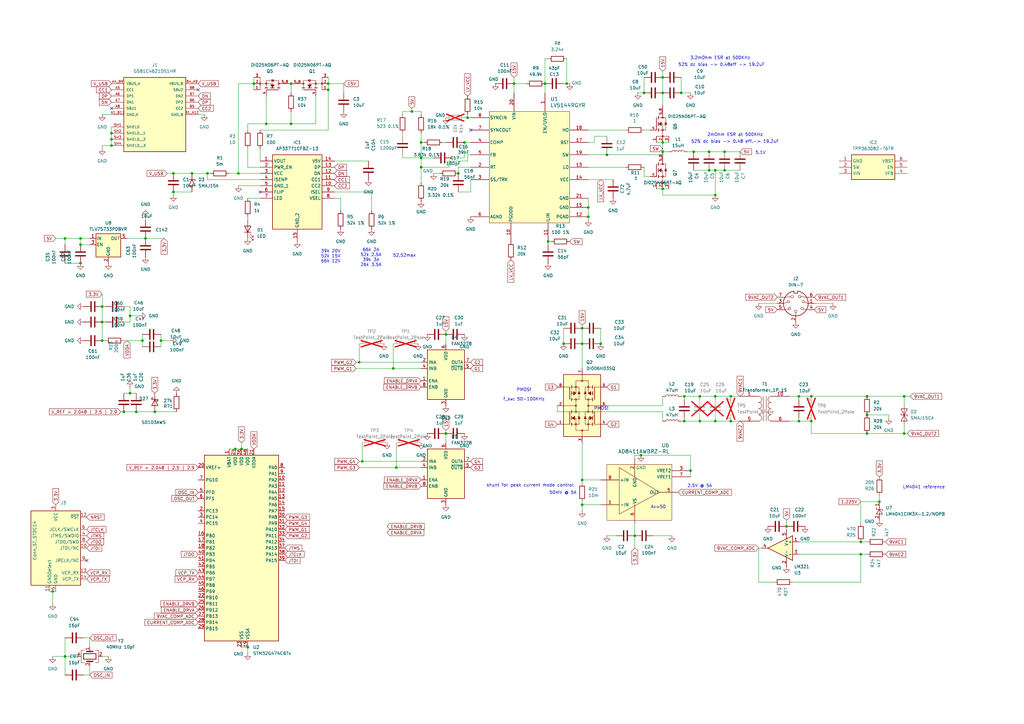
<source format=kicad_sch>
(kicad_sch
	(version 20250114)
	(generator "eeschema")
	(generator_version "9.0")
	(uuid "3c972f41-0cf6-4df5-8102-00aa652b6726")
	(paper "A3")
	
	(text "52.52max"
		(exclude_from_sim no)
		(at 165.862 104.902 0)
		(effects
			(font
				(size 1.27 1.27)
			)
		)
		(uuid "18e1bcb5-4942-4729-8a38-39d5a8855e62")
	)
	(text "f_sw: 50-100KHz"
		(exclude_from_sim no)
		(at 214.884 163.83 0)
		(effects
			(font
				(size 1.27 1.27)
			)
		)
		(uuid "234528d0-1e10-47ee-b27a-194397580f26")
	)
	(text "52% dc bias -> 0.48eff -> 19.2uF"
		(exclude_from_sim no)
		(at 295.91 26.67 0)
		(effects
			(font
				(size 1.27 1.27)
			)
		)
		(uuid "412d6747-40be-4ba4-bb03-ce2f373f4d49")
	)
	(text "2mOhm ESR at 500KHz"
		(exclude_from_sim no)
		(at 301.498 55.372 0)
		(effects
			(font
				(size 1.27 1.27)
			)
		)
		(uuid "51e1654c-827e-4684-9006-cd954eae2f25")
	)
	(text "3.2mOhm ESR at 500KHz"
		(exclude_from_sim no)
		(at 295.402 23.876 0)
		(effects
			(font
				(size 1.27 1.27)
			)
		)
		(uuid "585ea458-d0d3-47e8-a9fe-30f88d5fed5c")
	)
	(text "52% dc bias -> 0.48 eff.-> 19.2uF"
		(exclude_from_sim no)
		(at 301.498 58.166 0)
		(effects
			(font
				(size 1.27 1.27)
			)
		)
		(uuid "6bb95b7d-18e2-49f0-bbc2-2313eb93db39")
	)
	(text "2.5V @ 5A"
		(exclude_from_sim no)
		(at 287.02 199.39 0)
		(effects
			(font
				(size 1.27 1.27)
			)
		)
		(uuid "806b4fdb-9869-44bf-8c9f-2be4bc2eff6b")
	)
	(text "PMOS!"
		(exclude_from_sim no)
		(at 214.884 160.02 0)
		(effects
			(font
				(size 1.27 1.27)
			)
		)
		(uuid "8133b68a-e2d1-4f5e-87f4-42ae7a9baa61")
	)
	(text "PMOS!"
		(exclude_from_sim no)
		(at 246.634 167.64 0)
		(effects
			(font
				(size 1.27 1.27)
			)
		)
		(uuid "868a4c98-cb9c-4f26-a8d9-50a8a1f8ad13")
	)
	(text "50mV @ 5A"
		(exclude_from_sim no)
		(at 230.886 202.184 0)
		(effects
			(font
				(size 1.27 1.27)
			)
		)
		(uuid "a4b38243-0b55-47ea-8aed-e6b60c0b10eb")
	)
	(text "5.1V"
		(exclude_from_sim no)
		(at 311.912 62.738 0)
		(effects
			(font
				(size 1.27 1.27)
			)
		)
		(uuid "ad5be67a-6bb4-4ed7-b18f-62fbe6e2e7f3")
	)
	(text "Av=50"
		(exclude_from_sim no)
		(at 270.002 208.026 0)
		(effects
			(font
				(size 1.27 1.27)
			)
		)
		(uuid "bfb800b4-4e34-4e00-ae5f-d2a96ac238e0")
	)
	(text "66k 2A\n52k 2.5A\n39k 3A\n26k 3.5A"
		(exclude_from_sim no)
		(at 152.146 105.664 0)
		(effects
			(font
				(size 1.27 1.27)
			)
		)
		(uuid "d98d8af5-838d-49b2-89e0-78828e67e804")
	)
	(text "shunt for peak current mode control"
		(exclude_from_sim no)
		(at 217.424 199.136 0)
		(effects
			(font
				(size 1.27 1.27)
			)
		)
		(uuid "dc495c54-4fb0-4df9-95a4-480faf46cf4a")
	)
	(text "39k 20V\n52k 15V\n66k 12V"
		(exclude_from_sim no)
		(at 135.636 105.156 0)
		(effects
			(font
				(size 1.27 1.27)
			)
		)
		(uuid "f762216d-93f4-4a5e-9193-004a2d5e5fc5")
	)
	(text "LM4041 reference"
		(exclude_from_sim no)
		(at 378.968 199.898 0)
		(effects
			(font
				(size 1.27 1.27)
			)
		)
		(uuid "fb6e896d-f28c-4020-9da6-6ec15bec82b7")
	)
	(junction
		(at 119.38 50.8)
		(diameter 0)
		(color 0 0 0 0)
		(uuid "035d23c0-ad23-4f8c-ae10-1834b4e97699")
	)
	(junction
		(at 297.18 69.85)
		(diameter 0)
		(color 0 0 0 0)
		(uuid "09ca269a-ec12-4d12-a105-abe9bd178319")
	)
	(junction
		(at 21.59 242.57)
		(diameter 0)
		(color 0 0 0 0)
		(uuid "0f57ed08-4432-415e-a3a9-5672bdd80cc0")
	)
	(junction
		(at 284.48 62.23)
		(diameter 0)
		(color 0 0 0 0)
		(uuid "124db8df-ac12-4ee7-a744-84b0e692f520")
	)
	(junction
		(at 280.67 162.56)
		(diameter 0)
		(color 0 0 0 0)
		(uuid "12ecabfa-d8ef-4780-a317-6a60de8a936a")
	)
	(junction
		(at 355.6 170.18)
		(diameter 0)
		(color 0 0 0 0)
		(uuid "16b84d46-82b7-4566-a38a-75f4cfe4c41d")
	)
	(junction
		(at 78.74 71.12)
		(diameter 0)
		(color 0 0 0 0)
		(uuid "19c81a47-1a6c-4f57-ac22-d5e3fe52c58c")
	)
	(junction
		(at 41.91 132.08)
		(diameter 0)
		(color 0 0 0 0)
		(uuid "1d1d1ab6-764f-42a9-93ad-0184c2ea06f6")
	)
	(junction
		(at 271.78 77.47)
		(diameter 0)
		(color 0 0 0 0)
		(uuid "1ed9bd10-73e4-4abd-8533-2ee997693548")
	)
	(junction
		(at 238.76 140.97)
		(diameter 0)
		(color 0 0 0 0)
		(uuid "2024df75-78f2-4365-88df-e334c23ca6ab")
	)
	(junction
		(at 246.38 140.97)
		(diameter 0)
		(color 0 0 0 0)
		(uuid "224dfb15-7aff-4602-bb5b-de4105ff6abc")
	)
	(junction
		(at 134.62 34.29)
		(diameter 0)
		(color 0 0 0 0)
		(uuid "23eebac0-ac3b-49bd-8fb1-36dc643651d8")
	)
	(junction
		(at 190.5 58.42)
		(diameter 0)
		(color 0 0 0 0)
		(uuid "2a673288-e743-4c50-a7e3-559c592cd92b")
	)
	(junction
		(at 223.52 34.29)
		(diameter 0)
		(color 0 0 0 0)
		(uuid "2bb571e1-920f-464c-a83f-63dbcd8e7455")
	)
	(junction
		(at 224.79 99.06)
		(diameter 0)
		(color 0 0 0 0)
		(uuid "2c6ea1e9-bf53-4aa1-89fb-e435bf2a5cef")
	)
	(junction
		(at 264.16 38.1)
		(diameter 0)
		(color 0 0 0 0)
		(uuid "2d084467-ae6f-4b57-af66-d39c44560948")
	)
	(junction
		(at 370.84 177.8)
		(diameter 0)
		(color 0 0 0 0)
		(uuid "2f24861c-ef24-458d-967e-bc71a864b0df")
	)
	(junction
		(at 290.83 62.23)
		(diameter 0)
		(color 0 0 0 0)
		(uuid "2fbc9b3b-93fa-4362-9ad6-4a3de5ef1117")
	)
	(junction
		(at 134.62 36.83)
		(diameter 0)
		(color 0 0 0 0)
		(uuid "39ac35b5-d776-4c12-add6-f7941598251b")
	)
	(junction
		(at 355.6 162.56)
		(diameter 0)
		(color 0 0 0 0)
		(uuid "3a24b55c-41d4-4904-9b2b-01460b82eb79")
	)
	(junction
		(at 238.76 207.01)
		(diameter 0)
		(color 0 0 0 0)
		(uuid "430e658b-2771-43d7-84bc-af603779c5f4")
	)
	(junction
		(at 287.02 172.72)
		(diameter 0)
		(color 0 0 0 0)
		(uuid "437fee70-c38f-4212-803c-bc215c919ee0")
	)
	(junction
		(at 55.88 168.91)
		(diameter 0)
		(color 0 0 0 0)
		(uuid "447bde10-6b12-4cba-83d9-6cd9bdf4e762")
	)
	(junction
		(at 327.66 172.72)
		(diameter 0)
		(color 0 0 0 0)
		(uuid "448697a9-4737-44ea-a731-5dcb5d6acb11")
	)
	(junction
		(at 271.78 62.23)
		(diameter 0)
		(color 0 0 0 0)
		(uuid "44ea94e4-0584-4715-92b7-0f7b0fff4d0e")
	)
	(junction
		(at 53.34 161.29)
		(diameter 0)
		(color 0 0 0 0)
		(uuid "46834ef6-84ad-4016-90b7-127283a5a136")
	)
	(junction
		(at 241.3 88.9)
		(diameter 0)
		(color 0 0 0 0)
		(uuid "4763d525-03b6-45ec-8994-07e2c05bd990")
	)
	(junction
		(at 353.06 227.33)
		(diameter 0)
		(color 0 0 0 0)
		(uuid "4b49f67d-5afd-48f7-ac1b-41db64b015c6")
	)
	(junction
		(at 322.58 215.9)
		(diameter 0)
		(color 0 0 0 0)
		(uuid "4bbcee71-9414-4dd4-b8fd-68dd0ad17ba6")
	)
	(junction
		(at 59.69 97.79)
		(diameter 0)
		(color 0 0 0 0)
		(uuid "4c067608-37f8-44ab-9f5a-ca05f5ebc20d")
	)
	(junction
		(at 96.52 184.15)
		(diameter 0)
		(color 0 0 0 0)
		(uuid "4dde4f2d-8f05-42d9-bc35-b4091779f89c")
	)
	(junction
		(at 50.8 168.91)
		(diameter 0)
		(color 0 0 0 0)
		(uuid "4e451d9a-88aa-4732-83a2-084f0a9550c2")
	)
	(junction
		(at 104.14 34.29)
		(diameter 0)
		(color 0 0 0 0)
		(uuid "4efa7227-5d01-4225-b631-502d0774e31a")
	)
	(junction
		(at 232.41 34.29)
		(diameter 0)
		(color 0 0 0 0)
		(uuid "52d50a13-084d-44b5-9556-872194363618")
	)
	(junction
		(at 101.6 265.43)
		(diameter 0)
		(color 0 0 0 0)
		(uuid "59cf2aac-ee56-4e2b-ad9f-feedf4e50f1f")
	)
	(junction
		(at 210.82 34.29)
		(diameter 0)
		(color 0 0 0 0)
		(uuid "5af31944-d728-4cea-8e84-166c39715839")
	)
	(junction
		(at 168.91 45.72)
		(diameter 0)
		(color 0 0 0 0)
		(uuid "63bed9f3-573f-419c-823e-519e9f3f5df6")
	)
	(junction
		(at 293.37 162.56)
		(diameter 0)
		(color 0 0 0 0)
		(uuid "67db0b13-b2d7-486a-9289-fc312e8213e7")
	)
	(junction
		(at 182.88 177.8)
		(diameter 0)
		(color 0 0 0 0)
		(uuid "686738d6-263c-4cc2-af57-2f41cb6b5e96")
	)
	(junction
		(at 172.72 68.58)
		(diameter 0)
		(color 0 0 0 0)
		(uuid "6cdfe5ff-6da6-472f-91ff-2848f523792e")
	)
	(junction
		(at 148.59 189.23)
		(diameter 0)
		(color 0 0 0 0)
		(uuid "7547cf25-3331-46eb-b9c0-061a835ada61")
	)
	(junction
		(at 332.74 172.72)
		(diameter 0)
		(color 0 0 0 0)
		(uuid "779c0a9c-e570-417e-a20c-da746faebd73")
	)
	(junction
		(at 293.37 172.72)
		(diameter 0)
		(color 0 0 0 0)
		(uuid "7e15ffa8-b131-4b63-82e1-61c941999871")
	)
	(junction
		(at 279.4 38.1)
		(diameter 0)
		(color 0 0 0 0)
		(uuid "820a593e-121c-479d-a801-5c3b6cc9491d")
	)
	(junction
		(at 262.89 186.69)
		(diameter 0)
		(color 0 0 0 0)
		(uuid "8c0c9dcf-ca47-432b-bfe4-bb05bd7f22c7")
	)
	(junction
		(at 172.72 58.42)
		(diameter 0)
		(color 0 0 0 0)
		(uuid "8cb36fd3-4ad3-4eb1-93e4-06a6e6648ca6")
	)
	(junction
		(at 99.06 184.15)
		(diameter 0)
		(color 0 0 0 0)
		(uuid "8d0a07f2-4018-45ac-a679-36dec95b38a3")
	)
	(junction
		(at 271.78 38.1)
		(diameter 0)
		(color 0 0 0 0)
		(uuid "8e2ed52a-c14c-4ec4-becd-5affe9160010")
	)
	(junction
		(at 119.38 34.29)
		(diameter 0)
		(color 0 0 0 0)
		(uuid "90b25ef5-402d-4f87-9f7c-9c2c48a20c65")
	)
	(junction
		(at 41.91 139.7)
		(diameter 0)
		(color 0 0 0 0)
		(uuid "98dca95e-f53f-48cc-ad8a-e0a0c66d3acb")
	)
	(junction
		(at 109.22 50.8)
		(diameter 0)
		(color 0 0 0 0)
		(uuid "9baf3492-f6ff-4e00-bfbb-98363ebc4cf5")
	)
	(junction
		(at 293.37 69.85)
		(diameter 0)
		(color 0 0 0 0)
		(uuid "9c6b5b19-b271-4b2d-8770-1ac59b27d1ad")
	)
	(junction
		(at 297.18 62.23)
		(diameter 0)
		(color 0 0 0 0)
		(uuid "9d581a9d-aa97-4689-802e-b42db1f847b0")
	)
	(junction
		(at 271.78 58.42)
		(diameter 0)
		(color 0 0 0 0)
		(uuid "9dd36e75-3d6f-4f32-8043-02df05442346")
	)
	(junction
		(at 299.72 172.72)
		(diameter 0)
		(color 0 0 0 0)
		(uuid "9e9fe0d0-afcc-4878-9a74-d6c27662826b")
	)
	(junction
		(at 45.72 57.15)
		(diameter 0)
		(color 0 0 0 0)
		(uuid "a20f672a-41b0-441f-a36c-49bd442edd52")
	)
	(junction
		(at 97.79 71.12)
		(diameter 0)
		(color 0 0 0 0)
		(uuid "a24f1ce0-6da9-45cb-8232-16013191cfbe")
	)
	(junction
		(at 182.88 137.16)
		(diameter 0)
		(color 0 0 0 0)
		(uuid "a52e8ee6-e110-4e91-a730-eda801763dcc")
	)
	(junction
		(at 370.84 162.56)
		(diameter 0)
		(color 0 0 0 0)
		(uuid "ab135de8-ae42-4a02-b908-b0b29e2ecb47")
	)
	(junction
		(at 271.78 31.75)
		(diameter 0)
		(color 0 0 0 0)
		(uuid "ab4afe51-ad14-4fe5-adb6-5f723ed889b1")
	)
	(junction
		(at 360.68 205.74)
		(diameter 0)
		(color 0 0 0 0)
		(uuid "ae5846b7-3edf-4c22-a343-36acb92515fd")
	)
	(junction
		(at 45.72 59.69)
		(diameter 0)
		(color 0 0 0 0)
		(uuid "b3b2ceb0-a804-4660-89c8-276053d3f327")
	)
	(junction
		(at 33.02 100.33)
		(diameter 0)
		(color 0 0 0 0)
		(uuid "b3fc8180-d4c3-4854-9b33-443d5f21a5b8")
	)
	(junction
		(at 71.12 78.74)
		(diameter 0)
		(color 0 0 0 0)
		(uuid "b4187b28-45d5-4380-830b-b7080619ee64")
	)
	(junction
		(at 162.56 191.77)
		(diameter 0)
		(color 0 0 0 0)
		(uuid "b4bed920-4979-4c95-90d7-26de0c4a9974")
	)
	(junction
		(at 187.96 71.12)
		(diameter 0)
		(color 0 0 0 0)
		(uuid "b4ebdb7b-0777-46b5-85df-172901a9bea1")
	)
	(junction
		(at 26.67 97.79)
		(diameter 0)
		(color 0 0 0 0)
		(uuid "b781b2d6-a895-4afd-8dfb-9fe1df7a9e7e")
	)
	(junction
		(at 287.02 162.56)
		(diameter 0)
		(color 0 0 0 0)
		(uuid "ba72b139-177c-4060-a3f6-eb10cb279832")
	)
	(junction
		(at 26.67 269.24)
		(diameter 0)
		(color 0 0 0 0)
		(uuid "baf1dd0a-e36a-4b34-8020-93a3499e9ae2")
	)
	(junction
		(at 66.04 139.7)
		(diameter 0)
		(color 0 0 0 0)
		(uuid "bd464eec-7965-424c-afe4-193343d590dd")
	)
	(junction
		(at 172.72 64.77)
		(diameter 0)
		(color 0 0 0 0)
		(uuid "c1375874-496d-46de-a4af-228d71683ecc")
	)
	(junction
		(at 241.3 85.09)
		(diameter 0)
		(color 0 0 0 0)
		(uuid "c47226a0-06b0-4247-b713-95062fed25d0")
	)
	(junction
		(at 58.42 139.7)
		(diameter 0)
		(color 0 0 0 0)
		(uuid "c4c980d0-e835-429d-b9a7-ad4b1b1960b3")
	)
	(junction
		(at 238.76 196.85)
		(diameter 0)
		(color 0 0 0 0)
		(uuid "c54bf8ea-f73b-4066-af45-96e59fd5121c")
	)
	(junction
		(at 147.32 148.59)
		(diameter 0)
		(color 0 0 0 0)
		(uuid "c6173f5a-6721-4bc9-aff2-3c332520b4cd")
	)
	(junction
		(at 299.72 162.56)
		(diameter 0)
		(color 0 0 0 0)
		(uuid "c7fd7dbf-68f9-4b77-9970-83c3188cad55")
	)
	(junction
		(at 53.34 129.54)
		(diameter 0)
		(color 0 0 0 0)
		(uuid "c9009699-8921-4df5-9901-d6b1535b0221")
	)
	(junction
		(at 33.02 107.95)
		(diameter 0)
		(color 0 0 0 0)
		(uuid "c960621b-0d85-4761-8667-7429bf0a837c")
	)
	(junction
		(at 353.06 222.25)
		(diameter 0)
		(color 0 0 0 0)
		(uuid "cb963968-7093-4ecd-b0df-45e3c7e58b72")
	)
	(junction
		(at 332.74 162.56)
		(diameter 0)
		(color 0 0 0 0)
		(uuid "ce6d93e5-9943-4980-ad22-3cc495b0bb50")
	)
	(junction
		(at 327.66 162.56)
		(diameter 0)
		(color 0 0 0 0)
		(uuid "cfad84f8-a703-49b8-b9de-781927faa0d7")
	)
	(junction
		(at 231.14 140.97)
		(diameter 0)
		(color 0 0 0 0)
		(uuid "d15061e7-5263-43a6-a89b-99d21f2880e6")
	)
	(junction
		(at 283.21 193.04)
		(diameter 0)
		(color 0 0 0 0)
		(uuid "d3cfe94c-1a3c-46a9-b79d-b2d81fae9482")
	)
	(junction
		(at 293.37 80.01)
		(diameter 0)
		(color 0 0 0 0)
		(uuid "d7892145-fd49-49a3-9fe9-28d44cdf5d30")
	)
	(junction
		(at 191.77 48.26)
		(diameter 0)
		(color 0 0 0 0)
		(uuid "d900c2e6-8236-448e-bdc2-14cba5a41cdc")
	)
	(junction
		(at 71.12 71.12)
		(diameter 0)
		(color 0 0 0 0)
		(uuid "d95144ca-421e-42cd-8947-2c52c0d9a089")
	)
	(junction
		(at 238.76 134.62)
		(diameter 0)
		(color 0 0 0 0)
		(uuid "da245d33-fa1d-4148-9c83-7bd2bf9176ed")
	)
	(junction
		(at 280.67 172.72)
		(diameter 0)
		(color 0 0 0 0)
		(uuid "dae54668-d2ac-43ed-979a-712aa9c0200d")
	)
	(junction
		(at 290.83 69.85)
		(diameter 0)
		(color 0 0 0 0)
		(uuid "dc65b7b7-c761-4019-9820-1fb1120e4ca3")
	)
	(junction
		(at 45.72 54.61)
		(diameter 0)
		(color 0 0 0 0)
		(uuid "dda0f77d-1fc8-4c3c-8b60-ad9e2c30de79")
	)
	(junction
		(at 33.02 97.79)
		(diameter 0)
		(color 0 0 0 0)
		(uuid "dec2d450-c4d4-4a7e-b7d4-d457d015959b")
	)
	(junction
		(at 63.5 168.91)
		(diameter 0)
		(color 0 0 0 0)
		(uuid "e235faec-6dca-4529-811b-654a13c5487d")
	)
	(junction
		(at 248.92 63.5)
		(diameter 0)
		(color 0 0 0 0)
		(uuid "e4e3d0c4-f474-45ed-b386-dd97f25c11d7")
	)
	(junction
		(at 161.29 151.13)
		(diameter 0)
		(color 0 0 0 0)
		(uuid "eab2d6a9-1bc3-450d-b83a-3a4c5c6be614")
	)
	(junction
		(at 260.35 219.71)
		(diameter 0)
		(color 0 0 0 0)
		(uuid "ecfa7b50-5a46-4d70-841d-8a82dcf4b026")
	)
	(junction
		(at 41.91 125.73)
		(diameter 0)
		(color 0 0 0 0)
		(uuid "ed1f93df-0488-4b4c-81e6-fd274be5c5e5")
	)
	(junction
		(at 85.09 71.12)
		(diameter 0)
		(color 0 0 0 0)
		(uuid "fcb45f81-78a4-4b0f-938b-0a8effd429c2")
	)
	(junction
		(at 355.6 177.8)
		(diameter 0)
		(color 0 0 0 0)
		(uuid "ffa710d9-ea4d-40b2-a998-71a781d6df34")
	)
	(no_connect
		(at 193.04 53.34)
		(uuid "3c1aed12-3f80-403a-9ddc-5936e2b86bba")
	)
	(no_connect
		(at 35.56 229.87)
		(uuid "6eb24b60-2160-407a-abf0-228fa53b905f")
	)
	(no_connect
		(at 81.28 36.83)
		(uuid "a0dd31af-2bb8-4b09-9320-df59e89635d5")
	)
	(no_connect
		(at 106.68 78.74)
		(uuid "b67b68a5-047f-4c81-b975-ae4a6ee895d4")
	)
	(no_connect
		(at 45.72 44.45)
		(uuid "befb5081-9840-4f4f-8320-868555d91052")
	)
	(wire
		(pts
			(xy 261.62 38.1) (xy 264.16 38.1)
		)
		(stroke
			(width 0)
			(type default)
		)
		(uuid "0199f331-65df-493c-89f3-1b92d881a92a")
	)
	(wire
		(pts
			(xy 210.82 34.29) (xy 215.9 34.29)
		)
		(stroke
			(width 0)
			(type default)
		)
		(uuid "02d96452-ec77-4605-a48c-b7ae4f65f7dd")
	)
	(wire
		(pts
			(xy 241.3 68.58) (xy 256.54 68.58)
		)
		(stroke
			(width 0)
			(type default)
		)
		(uuid "0541659e-d7f5-4c4f-82c4-679f8e4c142b")
	)
	(wire
		(pts
			(xy 146.05 148.59) (xy 147.32 148.59)
		)
		(stroke
			(width 0)
			(type default)
		)
		(uuid "05446da5-6aa8-4c7f-ac2a-3c60a1ef50b1")
	)
	(wire
		(pts
			(xy 271.78 166.37) (xy 271.78 162.56)
		)
		(stroke
			(width 0)
			(type default)
		)
		(uuid "05babd3e-108b-4f6c-9036-e0609b1abf04")
	)
	(wire
		(pts
			(xy 246.38 134.62) (xy 246.38 140.97)
		)
		(stroke
			(width 0)
			(type default)
		)
		(uuid "05e52c13-4fbb-40bf-bd77-0cf2ca6c531b")
	)
	(wire
		(pts
			(xy 293.37 69.85) (xy 293.37 80.01)
		)
		(stroke
			(width 0)
			(type default)
		)
		(uuid "0c0115af-6129-48bc-9543-616a88e7408a")
	)
	(wire
		(pts
			(xy 190.5 64.77) (xy 190.5 58.42)
		)
		(stroke
			(width 0)
			(type default)
		)
		(uuid "0c23a552-0e26-412c-8bd6-3b528ae87258")
	)
	(wire
		(pts
			(xy 264.16 72.39) (xy 266.7 72.39)
		)
		(stroke
			(width 0)
			(type default)
		)
		(uuid "0c888a63-f05d-43f5-838f-36bcfbba24e7")
	)
	(wire
		(pts
			(xy 279.4 162.56) (xy 280.67 162.56)
		)
		(stroke
			(width 0)
			(type default)
		)
		(uuid "0d4ed506-56dc-4198-a8b7-557a36e4a007")
	)
	(wire
		(pts
			(xy 233.68 34.29) (xy 232.41 34.29)
		)
		(stroke
			(width 0)
			(type default)
		)
		(uuid "0d53a012-38d3-4be6-a410-0c03ea1005bd")
	)
	(wire
		(pts
			(xy 353.06 238.76) (xy 353.06 227.33)
		)
		(stroke
			(width 0)
			(type default)
		)
		(uuid "0d75c7ff-dd83-4cf8-bf21-d6b74bf01b87")
	)
	(wire
		(pts
			(xy 162.56 191.77) (xy 172.72 191.77)
		)
		(stroke
			(width 0)
			(type default)
		)
		(uuid "0d91c39c-2f98-4de3-b1e6-5c6ca3db6130")
	)
	(wire
		(pts
			(xy 210.82 34.29) (xy 210.82 38.1)
		)
		(stroke
			(width 0)
			(type default)
		)
		(uuid "0dd5b5fa-c071-42d3-aab8-ce98cd9a290e")
	)
	(wire
		(pts
			(xy 241.3 88.9) (xy 241.3 90.17)
		)
		(stroke
			(width 0)
			(type default)
		)
		(uuid "0e043f5b-cbcc-4036-94d9-56a5e82eaa57")
	)
	(wire
		(pts
			(xy 193.04 63.5) (xy 191.77 63.5)
		)
		(stroke
			(width 0)
			(type default)
		)
		(uuid "0f421d0d-9999-4971-92d7-ad277f8e5259")
	)
	(wire
		(pts
			(xy 241.3 73.66) (xy 251.46 73.66)
		)
		(stroke
			(width 0)
			(type default)
		)
		(uuid "10586d82-69da-4d98-bf94-e942e50c290e")
	)
	(wire
		(pts
			(xy 297.18 62.23) (xy 303.53 62.23)
		)
		(stroke
			(width 0)
			(type default)
		)
		(uuid "10815d67-c542-45a8-82d2-1158d6b78173")
	)
	(wire
		(pts
			(xy 109.22 50.8) (xy 119.38 50.8)
		)
		(stroke
			(width 0)
			(type default)
		)
		(uuid "110c79b8-f077-45d8-8acd-555bcdb25eea")
	)
	(wire
		(pts
			(xy 101.6 53.34) (xy 101.6 50.8)
		)
		(stroke
			(width 0)
			(type default)
		)
		(uuid "11183ea6-bb9b-4ba5-8730-1752ce5ed817")
	)
	(wire
		(pts
			(xy 241.3 53.34) (xy 256.54 53.34)
		)
		(stroke
			(width 0)
			(type default)
		)
		(uuid "11a61771-82c0-4863-b53f-6eb3410c63fa")
	)
	(wire
		(pts
			(xy 299.72 172.72) (xy 303.53 172.72)
		)
		(stroke
			(width 0)
			(type default)
		)
		(uuid "137ce6e9-b740-4f3e-8174-a2d158b65714")
	)
	(wire
		(pts
			(xy 148.59 189.23) (xy 172.72 189.23)
		)
		(stroke
			(width 0)
			(type default)
		)
		(uuid "13d7fb4e-66df-4043-bc50-aa1c9684cef7")
	)
	(wire
		(pts
			(xy 264.16 68.58) (xy 264.16 72.39)
		)
		(stroke
			(width 0)
			(type default)
		)
		(uuid "1444d9ed-20c7-4f67-8575-61394da8a62c")
	)
	(wire
		(pts
			(xy 41.91 46.99) (xy 45.72 46.99)
		)
		(stroke
			(width 0)
			(type default)
		)
		(uuid "14728dd0-b0ee-4fba-8eb8-d89f901ab49c")
	)
	(wire
		(pts
			(xy 355.6 170.18) (xy 364.49 170.18)
		)
		(stroke
			(width 0)
			(type default)
		)
		(uuid "14de9336-966d-417e-ab3b-395b0e707e35")
	)
	(wire
		(pts
			(xy 119.38 45.72) (xy 119.38 50.8)
		)
		(stroke
			(width 0)
			(type default)
		)
		(uuid "159ad255-0f5e-4596-bcef-52feb951c9c0")
	)
	(wire
		(pts
			(xy 41.91 132.08) (xy 41.91 139.7)
		)
		(stroke
			(width 0)
			(type default)
		)
		(uuid "15bb2db6-ebc2-42c0-a83d-4f2cacb0dcda")
	)
	(wire
		(pts
			(xy 182.88 135.89) (xy 182.88 137.16)
		)
		(stroke
			(width 0)
			(type default)
		)
		(uuid "161157e8-f0a3-4667-9084-09734d850cc0")
	)
	(wire
		(pts
			(xy 353.06 205.74) (xy 353.06 214.63)
		)
		(stroke
			(width 0)
			(type default)
		)
		(uuid "179fdb5c-89e9-4bed-bc07-533f4717ef95")
	)
	(wire
		(pts
			(xy 241.3 81.28) (xy 241.3 85.09)
		)
		(stroke
			(width 0)
			(type default)
		)
		(uuid "18aee17e-e9ae-41b1-8e21-cc9e6845a691")
	)
	(wire
		(pts
			(xy 238.76 134.62) (xy 238.76 140.97)
		)
		(stroke
			(width 0)
			(type default)
		)
		(uuid "18f68d82-13b3-4b29-8e4b-47e0cb762ca9")
	)
	(wire
		(pts
			(xy 119.38 34.29) (xy 119.38 38.1)
		)
		(stroke
			(width 0)
			(type default)
		)
		(uuid "190d5523-d15a-4a16-955d-a22f20e2a2d7")
	)
	(wire
		(pts
			(xy 97.79 34.29) (xy 97.79 71.12)
		)
		(stroke
			(width 0)
			(type default)
		)
		(uuid "1a673e07-e46a-461c-9222-d8be826da6ea")
	)
	(wire
		(pts
			(xy 280.67 162.56) (xy 280.67 163.83)
		)
		(stroke
			(width 0)
			(type default)
		)
		(uuid "1d01092a-833a-408b-962b-a5061fc06af1")
	)
	(wire
		(pts
			(xy 323.85 162.56) (xy 327.66 162.56)
		)
		(stroke
			(width 0)
			(type default)
		)
		(uuid "1d6c11e1-5056-4f23-96e3-dad1044f39a0")
	)
	(wire
		(pts
			(xy 96.52 184.15) (xy 93.98 184.15)
		)
		(stroke
			(width 0)
			(type default)
		)
		(uuid "1dd7436d-aa36-4d78-ac08-87c9bceadf8d")
	)
	(wire
		(pts
			(xy 287.02 162.56) (xy 293.37 162.56)
		)
		(stroke
			(width 0)
			(type default)
		)
		(uuid "1e4de103-f10e-4bd2-87af-09d4eb918f0a")
	)
	(wire
		(pts
			(xy 327.66 222.25) (xy 353.06 222.25)
		)
		(stroke
			(width 0)
			(type default)
		)
		(uuid "1e9f00ab-1d28-433c-8c75-17bd95acc098")
	)
	(wire
		(pts
			(xy 66.04 139.7) (xy 69.85 139.7)
		)
		(stroke
			(width 0)
			(type default)
		)
		(uuid "1f8f6781-b0d9-4366-9290-a1d8cc1e47fd")
	)
	(wire
		(pts
			(xy 370.84 173.99) (xy 370.84 177.8)
		)
		(stroke
			(width 0)
			(type default)
		)
		(uuid "1f9394db-e46f-44a3-bd36-1dd3ba8a323d")
	)
	(wire
		(pts
			(xy 49.53 168.91) (xy 50.8 168.91)
		)
		(stroke
			(width 0)
			(type default)
		)
		(uuid "1fe82f60-84bc-4689-a0fb-6b45783591d2")
	)
	(wire
		(pts
			(xy 370.84 162.56) (xy 373.38 162.56)
		)
		(stroke
			(width 0)
			(type default)
		)
		(uuid "20b3c9a8-dc2d-4a43-bd21-77d9d26a4dd2")
	)
	(wire
		(pts
			(xy 248.92 63.5) (xy 271.78 63.5)
		)
		(stroke
			(width 0)
			(type default)
		)
		(uuid "2140fcee-2be5-4741-a40b-136a01a043af")
	)
	(wire
		(pts
			(xy 260.35 186.69) (xy 262.89 186.69)
		)
		(stroke
			(width 0)
			(type default)
		)
		(uuid "2166de4b-c7e7-4f0f-9a15-b2aaf7e39746")
	)
	(wire
		(pts
			(xy 311.15 238.76) (xy 317.5 238.76)
		)
		(stroke
			(width 0)
			(type default)
		)
		(uuid "21c86f3f-9513-42ac-b72c-1c636cebcc7a")
	)
	(wire
		(pts
			(xy 33.02 97.79) (xy 36.83 97.79)
		)
		(stroke
			(width 0)
			(type default)
		)
		(uuid "21f12306-a8fd-4c89-bcd8-7858b3ec6544")
	)
	(wire
		(pts
			(xy 50.8 132.08) (xy 53.34 132.08)
		)
		(stroke
			(width 0)
			(type default)
		)
		(uuid "273c0758-793e-4ca5-a285-026cccfd791c")
	)
	(wire
		(pts
			(xy 53.34 129.54) (xy 53.34 125.73)
		)
		(stroke
			(width 0)
			(type default)
		)
		(uuid "285ef9fb-673d-4f25-888d-9d010c49d13d")
	)
	(wire
		(pts
			(xy 241.3 63.5) (xy 248.92 63.5)
		)
		(stroke
			(width 0)
			(type default)
		)
		(uuid "2981e270-9d66-45b6-9092-c558b5ce23ac")
	)
	(wire
		(pts
			(xy 148.59 181.61) (xy 148.59 189.23)
		)
		(stroke
			(width 0)
			(type default)
		)
		(uuid "2af301b0-7a1c-4118-ab47-4f1c494da249")
	)
	(wire
		(pts
			(xy 260.35 187.96) (xy 260.35 186.69)
		)
		(stroke
			(width 0)
			(type default)
		)
		(uuid "2bf07031-1bb5-4231-b77b-badd9f848f22")
	)
	(wire
		(pts
			(xy 187.96 68.58) (xy 193.04 68.58)
		)
		(stroke
			(width 0)
			(type default)
		)
		(uuid "2ea8b6c0-ca6f-496c-a1e2-7656ff8f76e0")
	)
	(wire
		(pts
			(xy 161.29 140.97) (xy 161.29 151.13)
		)
		(stroke
			(width 0)
			(type default)
		)
		(uuid "2f22510e-6c23-4189-bf3d-e8f4dd209de3")
	)
	(wire
		(pts
			(xy 36.83 276.86) (xy 34.29 276.86)
		)
		(stroke
			(width 0)
			(type default)
		)
		(uuid "2f4367f0-0f53-4309-abf1-7b5219bd4fd8")
	)
	(wire
		(pts
			(xy 106.68 73.66) (xy 85.09 73.66)
		)
		(stroke
			(width 0)
			(type default)
		)
		(uuid "2f9095be-5378-4b4d-b47c-dafc25d431ce")
	)
	(wire
		(pts
			(xy 106.68 60.96) (xy 106.68 66.04)
		)
		(stroke
			(width 0)
			(type default)
		)
		(uuid "309978db-4acb-41c4-9b83-cfebd738bee2")
	)
	(wire
		(pts
			(xy 168.91 45.72) (xy 165.1 45.72)
		)
		(stroke
			(width 0)
			(type default)
		)
		(uuid "30cd4691-4d59-4152-94a1-d6ff58a1049e")
	)
	(wire
		(pts
			(xy 293.37 162.56) (xy 293.37 163.83)
		)
		(stroke
			(width 0)
			(type default)
		)
		(uuid "31acb17a-e8ca-4705-8e29-db57fbf240d2")
	)
	(wire
		(pts
			(xy 271.78 38.1) (xy 271.78 43.18)
		)
		(stroke
			(width 0)
			(type default)
		)
		(uuid "339448ac-5174-4f86-b37a-e93c27ac1337")
	)
	(wire
		(pts
			(xy 293.37 69.85) (xy 297.18 69.85)
		)
		(stroke
			(width 0)
			(type default)
		)
		(uuid "36528034-aed0-40fe-ae10-dccb422d3d7f")
	)
	(wire
		(pts
			(xy 21.59 242.57) (xy 21.59 247.65)
		)
		(stroke
			(width 0)
			(type default)
		)
		(uuid "3653ece6-269d-49a6-b101-19555ce0fbf3")
	)
	(wire
		(pts
			(xy 355.6 162.56) (xy 370.84 162.56)
		)
		(stroke
			(width 0)
			(type default)
		)
		(uuid "365d31d9-2bde-4c68-bb66-e06e70797400")
	)
	(wire
		(pts
			(xy 85.09 73.66) (xy 85.09 71.12)
		)
		(stroke
			(width 0)
			(type default)
		)
		(uuid "380b46d3-90a5-4b76-aa8d-760262b35119")
	)
	(wire
		(pts
			(xy 68.58 71.12) (xy 71.12 71.12)
		)
		(stroke
			(width 0)
			(type default)
		)
		(uuid "391de27f-e6d5-4929-8067-d8722fe6a6ca")
	)
	(wire
		(pts
			(xy 66.04 137.16) (xy 66.04 139.7)
		)
		(stroke
			(width 0)
			(type default)
		)
		(uuid "3b0e183c-3122-4603-a6c7-ef8ea0c02d2d")
	)
	(wire
		(pts
			(xy 353.06 205.74) (xy 360.68 205.74)
		)
		(stroke
			(width 0)
			(type default)
		)
		(uuid "3c26f7d6-4f1f-44cd-9623-87edb058aaba")
	)
	(wire
		(pts
			(xy 327.66 162.56) (xy 332.74 162.56)
		)
		(stroke
			(width 0)
			(type default)
		)
		(uuid "3cfef8c0-5d98-4179-a63d-738200d24946")
	)
	(wire
		(pts
			(xy 59.69 90.17) (xy 59.69 88.9)
		)
		(stroke
			(width 0)
			(type default)
		)
		(uuid "3d1d1861-938b-4e9f-942e-f52d82b90f99")
	)
	(wire
		(pts
			(xy 26.67 269.24) (xy 31.75 269.24)
		)
		(stroke
			(width 0)
			(type default)
		)
		(uuid "3df8e84b-97ab-4d1d-bb6a-8fdaecc4f983")
	)
	(wire
		(pts
			(xy 241.3 85.09) (xy 241.3 88.9)
		)
		(stroke
			(width 0)
			(type default)
		)
		(uuid "3e57eb0f-0873-4800-97e0-ac6e93c1b709")
	)
	(wire
		(pts
			(xy 137.16 66.04) (xy 151.13 66.04)
		)
		(stroke
			(width 0)
			(type default)
		)
		(uuid "3fb0f07e-0bd7-4748-ba77-4e3374a4eee6")
	)
	(wire
		(pts
			(xy 191.77 46.99) (xy 191.77 48.26)
		)
		(stroke
			(width 0)
			(type default)
		)
		(uuid "407914a0-e35b-46a3-9088-ec30a2accb5a")
	)
	(wire
		(pts
			(xy 327.66 162.56) (xy 327.66 163.83)
		)
		(stroke
			(width 0)
			(type default)
		)
		(uuid "409037cd-10be-45ac-8a6a-e8d2e8a4a00d")
	)
	(wire
		(pts
			(xy 191.77 48.26) (xy 190.5 48.26)
		)
		(stroke
			(width 0)
			(type default)
		)
		(uuid "41bf0c56-9fc1-4b77-8756-fea0b5501c28")
	)
	(wire
		(pts
			(xy 152.4 78.74) (xy 152.4 86.36)
		)
		(stroke
			(width 0)
			(type default)
		)
		(uuid "42b426a9-3a61-462b-b8a7-e63a2a3529cd")
	)
	(wire
		(pts
			(xy 231.14 134.62) (xy 231.14 140.97)
		)
		(stroke
			(width 0)
			(type default)
		)
		(uuid "42f85a7b-7694-4275-86a1-699b6978a475")
	)
	(wire
		(pts
			(xy 293.37 162.56) (xy 299.72 162.56)
		)
		(stroke
			(width 0)
			(type default)
		)
		(uuid "4307c9e2-019c-42ca-9ac6-3aa754ef1ddf")
	)
	(wire
		(pts
			(xy 101.6 68.58) (xy 101.6 60.96)
		)
		(stroke
			(width 0)
			(type default)
		)
		(uuid "43def9df-c0fc-4bd0-9846-26f0277d2288")
	)
	(wire
		(pts
			(xy 238.76 198.12) (xy 238.76 196.85)
		)
		(stroke
			(width 0)
			(type default)
		)
		(uuid "44b9a11f-d33c-48d7-9e99-fe0422aae235")
	)
	(wire
		(pts
			(xy 271.78 62.23) (xy 274.32 62.23)
		)
		(stroke
			(width 0)
			(type default)
		)
		(uuid "455bf5c3-0e2f-4854-88e7-fc4a4a623cd1")
	)
	(wire
		(pts
			(xy 284.48 62.23) (xy 290.83 62.23)
		)
		(stroke
			(width 0)
			(type default)
		)
		(uuid "478ede3b-0228-42b6-9a79-99da190431ea")
	)
	(wire
		(pts
			(xy 53.34 125.73) (xy 50.8 125.73)
		)
		(stroke
			(width 0)
			(type default)
		)
		(uuid "47cffc84-7629-4f37-b6dd-a646430480cb")
	)
	(wire
		(pts
			(xy 172.72 54.61) (xy 172.72 58.42)
		)
		(stroke
			(width 0)
			(type default)
		)
		(uuid "48027724-fd21-4354-b0e4-9945c9c13a20")
	)
	(wire
		(pts
			(xy 293.37 172.72) (xy 299.72 172.72)
		)
		(stroke
			(width 0)
			(type default)
		)
		(uuid "48f7bf94-60b9-4d93-8eda-e822c9748462")
	)
	(wire
		(pts
			(xy 45.72 59.69) (xy 41.91 59.69)
		)
		(stroke
			(width 0)
			(type default)
		)
		(uuid "4b606363-9721-4cf7-a941-be0edd785f91")
	)
	(wire
		(pts
			(xy 332.74 177.8) (xy 332.74 172.72)
		)
		(stroke
			(width 0)
			(type default)
		)
		(uuid "4b720ebf-ab32-4b06-8dcf-a827248916d5")
	)
	(wire
		(pts
			(xy 101.6 88.9) (xy 101.6 90.17)
		)
		(stroke
			(width 0)
			(type default)
		)
		(uuid "4c0a5d3a-83f0-43e7-986d-ce571106ba15")
	)
	(wire
		(pts
			(xy 58.42 139.7) (xy 58.42 137.16)
		)
		(stroke
			(width 0)
			(type default)
		)
		(uuid "4c7a196c-7485-4913-a900-49784e56b6ab")
	)
	(wire
		(pts
			(xy 20.32 242.57) (xy 21.59 242.57)
		)
		(stroke
			(width 0)
			(type default)
		)
		(uuid "4ffa2fd2-4089-4d63-b4e4-139ad86d6b1c")
	)
	(wire
		(pts
			(xy 172.72 68.58) (xy 172.72 74.93)
		)
		(stroke
			(width 0)
			(type default)
		)
		(uuid "5031923e-0b5c-4038-bd40-b8490b381960")
	)
	(wire
		(pts
			(xy 134.62 34.29) (xy 140.97 34.29)
		)
		(stroke
			(width 0)
			(type default)
		)
		(uuid "516f06d2-7d16-4eb3-abb7-32ce6408ec07")
	)
	(wire
		(pts
			(xy 71.12 71.12) (xy 78.74 71.12)
		)
		(stroke
			(width 0)
			(type default)
		)
		(uuid "52f44a92-512a-49d7-8387-0e030f3bae79")
	)
	(wire
		(pts
			(xy 182.88 137.16) (xy 182.88 140.97)
		)
		(stroke
			(width 0)
			(type default)
		)
		(uuid "5358b258-12c3-4258-b05b-58b611a4f7d2")
	)
	(wire
		(pts
			(xy 165.1 64.77) (xy 172.72 64.77)
		)
		(stroke
			(width 0)
			(type default)
		)
		(uuid "5394fdb8-713a-4b90-b8ea-f4ed2a454070")
	)
	(wire
		(pts
			(xy 41.91 125.73) (xy 43.18 125.73)
		)
		(stroke
			(width 0)
			(type default)
		)
		(uuid "54c88f64-01a3-4202-9d6a-087e499688d3")
	)
	(wire
		(pts
			(xy 129.54 39.37) (xy 129.54 50.8)
		)
		(stroke
			(width 0)
			(type default)
		)
		(uuid "56e2e5da-5973-49e3-aa5f-e13ed5c34f9c")
	)
	(wire
		(pts
			(xy 223.52 24.13) (xy 224.79 24.13)
		)
		(stroke
			(width 0)
			(type default)
		)
		(uuid "5703e213-a6a4-4a03-af99-41bfa08fe558")
	)
	(wire
		(pts
			(xy 271.78 172.72) (xy 271.78 168.91)
		)
		(stroke
			(width 0)
			(type default)
		)
		(uuid "57922330-19cc-46bc-bc65-9fd5bf9bf016")
	)
	(wire
		(pts
			(xy 137.16 78.74) (xy 152.4 78.74)
		)
		(stroke
			(width 0)
			(type default)
		)
		(uuid "583f600d-b4fa-43ce-8aa9-96e49bb229eb")
	)
	(wire
		(pts
			(xy 101.6 50.8) (xy 109.22 50.8)
		)
		(stroke
			(width 0)
			(type default)
		)
		(uuid "59ceb8a6-1daa-4541-90ff-20c6752b10be")
	)
	(wire
		(pts
			(xy 187.96 78.74) (xy 193.04 78.74)
		)
		(stroke
			(width 0)
			(type default)
		)
		(uuid "5af0a9bd-082c-47e5-a517-ce524b710058")
	)
	(wire
		(pts
			(xy 248.92 166.37) (xy 271.78 166.37)
		)
		(stroke
			(width 0)
			(type default)
		)
		(uuid "5b7abd61-051f-4f69-92ee-0f7392c4489f")
	)
	(wire
		(pts
			(xy 297.18 69.85) (xy 303.53 69.85)
		)
		(stroke
			(width 0)
			(type default)
		)
		(uuid "5f585183-9d85-4d27-b7ff-3baeca27c035")
	)
	(wire
		(pts
			(xy 262.89 186.69) (xy 283.21 186.69)
		)
		(stroke
			(width 0)
			(type default)
		)
		(uuid "60409219-ff96-4119-9fe4-a56c42202b91")
	)
	(wire
		(pts
			(xy 280.67 172.72) (xy 287.02 172.72)
		)
		(stroke
			(width 0)
			(type default)
		)
		(uuid "6059cc56-0607-42c2-a857-a87568155779")
	)
	(wire
		(pts
			(xy 33.02 100.33) (xy 36.83 100.33)
		)
		(stroke
			(width 0)
			(type default)
		)
		(uuid "617de3ac-a32c-42d4-82e7-e35d6ad53ba3")
	)
	(wire
		(pts
			(xy 260.35 224.79) (xy 260.35 219.71)
		)
		(stroke
			(width 0)
			(type default)
		)
		(uuid "631a7197-0920-4f54-8526-a9547c8ccc77")
	)
	(wire
		(pts
			(xy 99.06 184.15) (xy 96.52 184.15)
		)
		(stroke
			(width 0)
			(type default)
		)
		(uuid "63317604-84d8-4889-af90-831f52c81e59")
	)
	(wire
		(pts
			(xy 370.84 162.56) (xy 370.84 166.37)
		)
		(stroke
			(width 0)
			(type default)
		)
		(uuid "633e60b1-fea2-4055-9a0b-3465c196f8f0")
	)
	(wire
		(pts
			(xy 210.82 31.75) (xy 210.82 34.29)
		)
		(stroke
			(width 0)
			(type default)
		)
		(uuid "652df6f4-a17f-41ac-be32-252340f7aca5")
	)
	(wire
		(pts
			(xy 271.78 77.47) (xy 274.32 77.47)
		)
		(stroke
			(width 0)
			(type default)
		)
		(uuid "6625cddf-4015-4701-9e50-515fcae762ba")
	)
	(wire
		(pts
			(xy 360.68 203.2) (xy 360.68 205.74)
		)
		(stroke
			(width 0)
			(type default)
		)
		(uuid "665963d2-4d02-4ee5-b452-31b1191c28cb")
	)
	(wire
		(pts
			(xy 232.41 24.13) (xy 232.41 34.29)
		)
		(stroke
			(width 0)
			(type default)
		)
		(uuid "667de949-4029-4eca-a26a-2bc738ab82bc")
	)
	(wire
		(pts
			(xy 323.85 172.72) (xy 327.66 172.72)
		)
		(stroke
			(width 0)
			(type default)
		)
		(uuid "678dcae1-c3a9-4c2d-b9b7-28fcaeaa289d")
	)
	(wire
		(pts
			(xy 224.79 99.06) (xy 226.06 99.06)
		)
		(stroke
			(width 0)
			(type default)
		)
		(uuid "682d89a7-0ef4-4aef-a325-1116dc8667e6")
	)
	(wire
		(pts
			(xy 134.62 53.34) (xy 134.62 36.83)
		)
		(stroke
			(width 0)
			(type default)
		)
		(uuid "68def574-da39-4d78-94c9-dabc8c3aabe9")
	)
	(wire
		(pts
			(xy 106.68 53.34) (xy 134.62 53.34)
		)
		(stroke
			(width 0)
			(type default)
		)
		(uuid "692be308-6b68-4705-acce-e022e648d347")
	)
	(wire
		(pts
			(xy 280.67 162.56) (xy 287.02 162.56)
		)
		(stroke
			(width 0)
			(type default)
		)
		(uuid "6cbf915d-36b9-41de-ba96-94eb8fed6a96")
	)
	(wire
		(pts
			(xy 269.24 77.47) (xy 271.78 77.47)
		)
		(stroke
			(width 0)
			(type default)
		)
		(uuid "6cd0288a-9497-494e-a4c1-6eb5422013ec")
	)
	(wire
		(pts
			(xy 63.5 168.91) (xy 55.88 168.91)
		)
		(stroke
			(width 0)
			(type default)
		)
		(uuid "6e1d0b65-2147-40a7-ac62-ce0bc8d6ebf4")
	)
	(wire
		(pts
			(xy 83.82 46.99) (xy 81.28 46.99)
		)
		(stroke
			(width 0)
			(type default)
		)
		(uuid "6edd58bb-69da-4d51-b714-cbc4bb70498d")
	)
	(wire
		(pts
			(xy 165.1 54.61) (xy 165.1 55.88)
		)
		(stroke
			(width 0)
			(type default)
		)
		(uuid "710a1ab1-ffc4-45d2-8f4d-e576aaab0331")
	)
	(wire
		(pts
			(xy 283.21 193.04) (xy 283.21 186.69)
		)
		(stroke
			(width 0)
			(type default)
		)
		(uuid "712f290b-56dd-4b5f-be7b-5e4e4df9e0e3")
	)
	(wire
		(pts
			(xy 41.91 59.69) (xy 41.91 60.96)
		)
		(stroke
			(width 0)
			(type default)
		)
		(uuid "718d1832-c990-418e-8b6e-0b86aa284f22")
	)
	(wire
		(pts
			(xy 311.15 238.76) (xy 311.15 224.79)
		)
		(stroke
			(width 0)
			(type default)
		)
		(uuid "71c64c4f-ff22-449a-98fd-8780c0a4d18a")
	)
	(wire
		(pts
			(xy 45.72 57.15) (xy 45.72 59.69)
		)
		(stroke
			(width 0)
			(type default)
		)
		(uuid "73fa565e-45cc-4154-9a7d-2e624c839a86")
	)
	(wire
		(pts
			(xy 311.15 224.79) (xy 312.42 224.79)
		)
		(stroke
			(width 0)
			(type default)
		)
		(uuid "7413dd55-2d7e-4516-8c24-61cc71763307")
	)
	(wire
		(pts
			(xy 238.76 207.01) (xy 246.38 207.01)
		)
		(stroke
			(width 0)
			(type default)
		)
		(uuid "75dc482e-4309-4390-874f-79dcaead30bd")
	)
	(wire
		(pts
			(xy 172.72 64.77) (xy 172.72 58.42)
		)
		(stroke
			(width 0)
			(type default)
		)
		(uuid "7652e6e8-3514-4043-925b-e911b62b7fb0")
	)
	(wire
		(pts
			(xy 238.76 196.85) (xy 246.38 196.85)
		)
		(stroke
			(width 0)
			(type default)
		)
		(uuid "77096e99-d99c-4130-b46d-949156a115df")
	)
	(wire
		(pts
			(xy 190.5 58.42) (xy 193.04 58.42)
		)
		(stroke
			(width 0)
			(type default)
		)
		(uuid "776c9845-e695-46e6-857c-521393e3df90")
	)
	(wire
		(pts
			(xy 269.24 58.42) (xy 271.78 58.42)
		)
		(stroke
			(width 0)
			(type default)
		)
		(uuid "77a86b73-17d7-4e1e-8e92-7391f1ef9165")
	)
	(wire
		(pts
			(xy 53.34 158.75) (xy 53.34 161.29)
		)
		(stroke
			(width 0)
			(type default)
		)
		(uuid "7844a93c-f22d-4138-9024-73f44cd49f18")
	)
	(wire
		(pts
			(xy 322.58 213.36) (xy 322.58 215.9)
		)
		(stroke
			(width 0)
			(type default)
		)
		(uuid "78a5d0c4-5c80-4ee7-b13b-56a181468e52")
	)
	(wire
		(pts
			(xy 238.76 133.35) (xy 238.76 134.62)
		)
		(stroke
			(width 0)
			(type default)
		)
		(uuid "78ca85cc-6c58-42a5-9929-d74b31717963")
	)
	(wire
		(pts
			(xy 293.37 171.45) (xy 293.37 172.72)
		)
		(stroke
			(width 0)
			(type default)
		)
		(uuid "79fe3b0c-14cd-42a9-a48c-beff9d13306e")
	)
	(wire
		(pts
			(xy 50.8 139.7) (xy 58.42 139.7)
		)
		(stroke
			(width 0)
			(type default)
		)
		(uuid "7a551672-6c95-4028-847f-a53bb00d8918")
	)
	(wire
		(pts
			(xy 71.12 80.01) (xy 71.12 78.74)
		)
		(stroke
			(width 0)
			(type default)
		)
		(uuid "7a9cf3c3-4aca-40de-9d77-a402ac3a1182")
	)
	(wire
		(pts
			(xy 104.14 31.75) (xy 104.14 34.29)
		)
		(stroke
			(width 0)
			(type default)
		)
		(uuid "7b3d96f2-1478-41ab-840a-6f9f3fbfd41a")
	)
	(wire
		(pts
			(xy 287.02 162.56) (xy 287.02 163.83)
		)
		(stroke
			(width 0)
			(type default)
		)
		(uuid "7c030e12-f402-4cef-9273-1eea131a2630")
	)
	(wire
		(pts
			(xy 168.91 45.72) (xy 172.72 45.72)
		)
		(stroke
			(width 0)
			(type default)
		)
		(uuid "7c0c80ba-6cdc-474f-9ae0-0a865f0a0033")
	)
	(wire
		(pts
			(xy 165.1 45.72) (xy 165.1 46.99)
		)
		(stroke
			(width 0)
			(type default)
		)
		(uuid "7c2bc18d-e24e-4175-b873-76a4f89c91b5")
	)
	(wire
		(pts
			(xy 33.02 97.79) (xy 33.02 100.33)
		)
		(stroke
			(width 0)
			(type default)
		)
		(uuid "7c2ecb9f-862e-49fb-92bf-00f55e8fcaf2")
	)
	(wire
		(pts
			(xy 53.34 132.08) (xy 53.34 129.54)
		)
		(stroke
			(width 0)
			(type default)
		)
		(uuid "7d7862ca-3db5-4b23-b311-364aa9890bba")
	)
	(wire
		(pts
			(xy 238.76 181.61) (xy 238.76 196.85)
		)
		(stroke
			(width 0)
			(type default)
		)
		(uuid "7e330f21-4b39-4f74-847d-1a1d2a123c66")
	)
	(wire
		(pts
			(xy 283.21 193.04) (xy 283.21 195.58)
		)
		(stroke
			(width 0)
			(type default)
		)
		(uuid "8067252e-3012-406a-a5bf-e4b3742f3c7f")
	)
	(wire
		(pts
			(xy 134.62 34.29) (xy 134.62 36.83)
		)
		(stroke
			(width 0)
			(type default)
		)
		(uuid "8152108a-0818-4a6e-94bd-13e12bc43a8a")
	)
	(wire
		(pts
			(xy 364.49 171.45) (xy 364.49 170.18)
		)
		(stroke
			(width 0)
			(type default)
		)
		(uuid "82b47de7-8885-4ec2-9832-b5f6da8b65d3")
	)
	(wire
		(pts
			(xy 99.06 181.61) (xy 99.06 184.15)
		)
		(stroke
			(width 0)
			(type default)
		)
		(uuid "8348e5ca-03b8-4e05-9360-81303fbe0810")
	)
	(wire
		(pts
			(xy 241.3 58.42) (xy 243.84 58.42)
		)
		(stroke
			(width 0)
			(type default)
		)
		(uuid "83a321ff-6dc2-4e0f-8983-8112e8654876")
	)
	(wire
		(pts
			(xy 147.32 140.97) (xy 147.32 148.59)
		)
		(stroke
			(width 0)
			(type default)
		)
		(uuid "84ded0fc-8700-407a-8f79-a17501f8df80")
	)
	(wire
		(pts
			(xy 59.69 97.79) (xy 52.07 97.79)
		)
		(stroke
			(width 0)
			(type default)
		)
		(uuid "84fdbbc0-d6c0-4b90-99da-9ab795eef83b")
	)
	(wire
		(pts
			(xy 191.77 66.04) (xy 184.15 66.04)
		)
		(stroke
			(width 0)
			(type default)
		)
		(uuid "85a4cc8c-09b4-435b-bab4-5c16c6054d5e")
	)
	(wire
		(pts
			(xy 184.15 66.04) (xy 184.15 68.58)
		)
		(stroke
			(width 0)
			(type default)
		)
		(uuid "86c4cd51-b3c3-43f7-9073-ebc8b8fa4b4d")
	)
	(wire
		(pts
			(xy 41.91 120.65) (xy 41.91 125.73)
		)
		(stroke
			(width 0)
			(type default)
		)
		(uuid "8a966390-4b90-4545-8f22-b7b72aedd8e6")
	)
	(wire
		(pts
			(xy 53.34 161.29) (xy 50.8 161.29)
		)
		(stroke
			(width 0)
			(type default)
		)
		(uuid "8bf0019e-1ce6-4f0a-900e-6573eba74309")
	)
	(wire
		(pts
			(xy 182.88 177.8) (xy 182.88 181.61)
		)
		(stroke
			(width 0)
			(type default)
		)
		(uuid "8c25ef2c-6da5-4255-8008-16229188f772")
	)
	(wire
		(pts
			(xy 287.02 171.45) (xy 287.02 172.72)
		)
		(stroke
			(width 0)
			(type default)
		)
		(uuid "8e7190b3-04a0-4fe4-ba9d-766d311da7c1")
	)
	(wire
		(pts
			(xy 104.14 34.29) (xy 104.14 36.83)
		)
		(stroke
			(width 0)
			(type default)
		)
		(uuid "8f14cee0-444f-4924-92d7-448dd89beafe")
	)
	(wire
		(pts
			(xy 332.74 162.56) (xy 355.6 162.56)
		)
		(stroke
			(width 0)
			(type default)
		)
		(uuid "8f7125c7-49fe-4579-bdbf-ae51709d451e")
	)
	(wire
		(pts
			(xy 146.05 151.13) (xy 161.29 151.13)
		)
		(stroke
			(width 0)
			(type default)
		)
		(uuid "905527ad-9a2d-4996-ad5f-0ad2124f5a2d")
	)
	(wire
		(pts
			(xy 36.83 261.62) (xy 34.29 261.62)
		)
		(stroke
			(width 0)
			(type default)
		)
		(uuid "914ad7ba-5fca-459f-ad25-a12e34a57b36")
	)
	(wire
		(pts
			(xy 299.72 162.56) (xy 303.53 162.56)
		)
		(stroke
			(width 0)
			(type default)
		)
		(uuid "9273d432-068b-40dd-9fef-b9e39ed0941a")
	)
	(wire
		(pts
			(xy 41.91 132.08) (xy 43.18 132.08)
		)
		(stroke
			(width 0)
			(type default)
		)
		(uuid "92a34b5c-63c0-4e2a-98ac-ff8e722102f0")
	)
	(wire
		(pts
			(xy 139.7 81.28) (xy 139.7 86.36)
		)
		(stroke
			(width 0)
			(type default)
		)
		(uuid "9359e7c0-de67-46c4-ab96-ff3a1f7e204c")
	)
	(wire
		(pts
			(xy 290.83 62.23) (xy 297.18 62.23)
		)
		(stroke
			(width 0)
			(type default)
		)
		(uuid "94cfc82a-cb47-4fe1-936f-167e6e6679d5")
	)
	(wire
		(pts
			(xy 271.78 58.42) (xy 274.32 58.42)
		)
		(stroke
			(width 0)
			(type default)
		)
		(uuid "956555ff-d92e-440b-9011-8720c62d36f8")
	)
	(wire
		(pts
			(xy 325.12 238.76) (xy 353.06 238.76)
		)
		(stroke
			(width 0)
			(type default)
		)
		(uuid "96c9a80b-b362-4c30-a3f8-ef72611ef99d")
	)
	(wire
		(pts
			(xy 162.56 181.61) (xy 162.56 191.77)
		)
		(stroke
			(width 0)
			(type default)
		)
		(uuid "974408cf-b0c8-4b76-ae60-6f72f1db9a1d")
	)
	(wire
		(pts
			(xy 134.62 31.75) (xy 134.62 34.29)
		)
		(stroke
			(width 0)
			(type default)
		)
		(uuid "978b3560-ecf7-45bf-a17c-d1abfb6c590a")
	)
	(wire
		(pts
			(xy 161.29 151.13) (xy 172.72 151.13)
		)
		(stroke
			(width 0)
			(type default)
		)
		(uuid "99dfb76a-8163-41be-a987-361b024fdc86")
	)
	(wire
		(pts
			(xy 287.02 172.72) (xy 293.37 172.72)
		)
		(stroke
			(width 0)
			(type default)
		)
		(uuid "99e68005-f674-4b00-9840-16221434912e")
	)
	(wire
		(pts
			(xy 353.06 227.33) (xy 355.6 227.33)
		)
		(stroke
			(width 0)
			(type default)
		)
		(uuid "9aa93002-9ca7-4874-be8f-d90e588317ca")
	)
	(wire
		(pts
			(xy 66.04 139.7) (xy 66.04 142.24)
		)
		(stroke
			(width 0)
			(type default)
		)
		(uuid "9ac306ec-2078-40ee-a3e3-2f36e0116173")
	)
	(wire
		(pts
			(xy 41.91 269.24) (xy 44.45 269.24)
		)
		(stroke
			(width 0)
			(type default)
		)
		(uuid "9c20504a-4362-4816-bd68-e0f7e3d3256e")
	)
	(wire
		(pts
			(xy 43.18 139.7) (xy 41.91 139.7)
		)
		(stroke
			(width 0)
			(type default)
		)
		(uuid "9d1b6eda-d8e3-4450-89f5-b9b2d1e727d4")
	)
	(wire
		(pts
			(xy 193.04 78.74) (xy 193.04 73.66)
		)
		(stroke
			(width 0)
			(type default)
		)
		(uuid "9e34be60-e007-40cb-8ef8-551eb912296e")
	)
	(wire
		(pts
			(xy 99.06 265.43) (xy 101.6 265.43)
		)
		(stroke
			(width 0)
			(type default)
		)
		(uuid "9f184ea5-dbed-4661-a9bd-2a691aad7a80")
	)
	(wire
		(pts
			(xy 97.79 71.12) (xy 106.68 71.12)
		)
		(stroke
			(width 0)
			(type default)
		)
		(uuid "a048a5ba-5913-445d-8c33-2450f52da74f")
	)
	(wire
		(pts
			(xy 191.77 63.5) (xy 191.77 66.04)
		)
		(stroke
			(width 0)
			(type default)
		)
		(uuid "a0d22723-301b-4548-8174-c65668e7d203")
	)
	(wire
		(pts
			(xy 271.78 77.47) (xy 271.78 80.01)
		)
		(stroke
			(width 0)
			(type default)
		)
		(uuid "a146796b-3078-47ce-a0f9-16f15d14518e")
	)
	(wire
		(pts
			(xy 327.66 172.72) (xy 332.74 172.72)
		)
		(stroke
			(width 0)
			(type default)
		)
		(uuid "a156c318-5105-4687-b681-95483aa65499")
	)
	(wire
		(pts
			(xy 22.86 97.79) (xy 26.67 97.79)
		)
		(stroke
			(width 0)
			(type default)
		)
		(uuid "a5fd40ba-39b4-4ff5-9628-b6c14adc2faf")
	)
	(wire
		(pts
			(xy 36.83 265.43) (xy 36.83 261.62)
		)
		(stroke
			(width 0)
			(type default)
		)
		(uuid "aa9105c5-c5a9-4fc4-837b-8e86113c81ad")
	)
	(wire
		(pts
			(xy 184.15 68.58) (xy 172.72 68.58)
		)
		(stroke
			(width 0)
			(type default)
		)
		(uuid "aa9eec8e-31b3-46f9-a3e2-6a5665ed9978")
	)
	(wire
		(pts
			(xy 334.01 124.46) (xy 341.63 124.46)
		)
		(stroke
			(width 0)
			(type default)
		)
		(uuid "aacdd408-2d0e-46dd-977a-28eedd3c4d6a")
	)
	(wire
		(pts
			(xy 165.1 63.5) (xy 165.1 64.77)
		)
		(stroke
			(width 0)
			(type default)
		)
		(uuid "ab19e29f-e206-4877-a82b-7f282da79e12")
	)
	(wire
		(pts
			(xy 187.96 71.12) (xy 187.96 68.58)
		)
		(stroke
			(width 0)
			(type default)
		)
		(uuid "aba1be35-ad0d-4e5e-b368-5c4dcee5a920")
	)
	(wire
		(pts
			(xy 271.78 80.01) (xy 293.37 80.01)
		)
		(stroke
			(width 0)
			(type default)
		)
		(uuid "ac924cd9-cb0b-4973-ab3a-8080ad8fe5f6")
	)
	(wire
		(pts
			(xy 271.78 31.75) (xy 271.78 38.1)
		)
		(stroke
			(width 0)
			(type default)
		)
		(uuid "ae3e7d05-2cf9-4aef-88a4-931b85fd476a")
	)
	(wire
		(pts
			(xy 57.15 129.54) (xy 53.34 129.54)
		)
		(stroke
			(width 0)
			(type default)
		)
		(uuid "b0543185-d357-4d5e-a6cb-c6f1851d2adc")
	)
	(wire
		(pts
			(xy 93.98 71.12) (xy 97.79 71.12)
		)
		(stroke
			(width 0)
			(type default)
		)
		(uuid "b0b9d538-4b9d-465e-9558-7f3b2445ff02")
	)
	(wire
		(pts
			(xy 191.77 48.26) (xy 193.04 48.26)
		)
		(stroke
			(width 0)
			(type default)
		)
		(uuid "b2e57088-8074-4891-8611-658bb8e3a586")
	)
	(wire
		(pts
			(xy 168.91 44.45) (xy 168.91 45.72)
		)
		(stroke
			(width 0)
			(type default)
		)
		(uuid "b4773ddc-0e21-45a4-9ae2-550d7dcbc413")
	)
	(wire
		(pts
			(xy 311.15 124.46) (xy 318.77 124.46)
		)
		(stroke
			(width 0)
			(type default)
		)
		(uuid "b4a5f177-4508-4019-9c00-823040e5fe10")
	)
	(wire
		(pts
			(xy 332.74 177.8) (xy 355.6 177.8)
		)
		(stroke
			(width 0)
			(type default)
		)
		(uuid "b90901f6-a4f7-4e56-a5ee-21f6feadf5fe")
	)
	(wire
		(pts
			(xy 232.41 34.29) (xy 231.14 34.29)
		)
		(stroke
			(width 0)
			(type default)
		)
		(uuid "b9319c50-d73d-46d7-b22b-b858f1563be9")
	)
	(wire
		(pts
			(xy 353.06 222.25) (xy 355.6 222.25)
		)
		(stroke
			(width 0)
			(type default)
		)
		(uuid "b94904e6-3549-4c60-98fe-9400e102af04")
	)
	(wire
		(pts
			(xy 85.09 71.12) (xy 86.36 71.12)
		)
		(stroke
			(width 0)
			(type default)
		)
		(uuid "ba177a6b-4343-4c21-8d87-65dc90fc6dc1")
	)
	(wire
		(pts
			(xy 109.22 39.37) (xy 109.22 50.8)
		)
		(stroke
			(width 0)
			(type default)
		)
		(uuid "bb6547cb-fdf7-4581-83f5-649feaa3661b")
	)
	(wire
		(pts
			(xy 26.67 269.24) (xy 26.67 276.86)
		)
		(stroke
			(width 0)
			(type default)
		)
		(uuid "bb685ad2-68b9-4705-bc18-90f9023197a1")
	)
	(wire
		(pts
			(xy 223.52 34.29) (xy 223.52 38.1)
		)
		(stroke
			(width 0)
			(type default)
		)
		(uuid "bc462cee-6b21-415b-b654-5c0058a9363f")
	)
	(wire
		(pts
			(xy 224.79 99.06) (xy 224.79 100.33)
		)
		(stroke
			(width 0)
			(type default)
		)
		(uuid "bc7817c8-9d16-4dde-a290-363bb558bacb")
	)
	(wire
		(pts
			(xy 279.4 172.72) (xy 280.67 172.72)
		)
		(stroke
			(width 0)
			(type default)
		)
		(uuid "bc7e83de-cfdc-4f5a-b4ec-605f65306328")
	)
	(wire
		(pts
			(xy 279.4 31.75) (xy 279.4 38.1)
		)
		(stroke
			(width 0)
			(type default)
		)
		(uuid "bc7feecd-170b-4755-9c03-868c5a7b4d89")
	)
	(wire
		(pts
			(xy 322.58 215.9) (xy 322.58 217.17)
		)
		(stroke
			(width 0)
			(type default)
		)
		(uuid "c1b7a06d-bf8a-43d1-a170-895d8acb73f3")
	)
	(wire
		(pts
			(xy 271.78 29.21) (xy 271.78 31.75)
		)
		(stroke
			(width 0)
			(type default)
		)
		(uuid "c241b4ec-3bdf-41af-8303-3cd02a63c8eb")
	)
	(wire
		(pts
			(xy 55.88 161.29) (xy 53.34 161.29)
		)
		(stroke
			(width 0)
			(type default)
		)
		(uuid "c2ac432a-c125-437a-bd35-c90f05896e4d")
	)
	(wire
		(pts
			(xy 45.72 52.07) (xy 45.72 54.61)
		)
		(stroke
			(width 0)
			(type default)
		)
		(uuid "c56f1767-337f-4433-842c-3773663993c5")
	)
	(wire
		(pts
			(xy 137.16 81.28) (xy 139.7 81.28)
		)
		(stroke
			(width 0)
			(type default)
		)
		(uuid "c62bb9b5-da27-427e-b4c2-b35e357d386e")
	)
	(wire
		(pts
			(xy 78.74 71.12) (xy 85.09 71.12)
		)
		(stroke
			(width 0)
			(type default)
		)
		(uuid "c6746a31-61d0-4f61-a684-69de0f32180d")
	)
	(wire
		(pts
			(xy 177.8 64.77) (xy 172.72 64.77)
		)
		(stroke
			(width 0)
			(type default)
		)
		(uuid "c6adfd77-f486-456a-bc3d-85fe3b52b31c")
	)
	(wire
		(pts
			(xy 243.84 58.42) (xy 243.84 55.88)
		)
		(stroke
			(width 0)
			(type default)
		)
		(uuid "c7fd367f-a31d-4620-b9c0-aca61addadd5")
	)
	(wire
		(pts
			(xy 21.59 242.57) (xy 22.86 242.57)
		)
		(stroke
			(width 0)
			(type default)
		)
		(uuid "cb4df33a-b2d1-489e-b17b-f7cf7fc65a69")
	)
	(wire
		(pts
			(xy 223.52 24.13) (xy 223.52 34.29)
		)
		(stroke
			(width 0)
			(type default)
		)
		(uuid "cbddfd72-368e-49c5-933d-80185da47c97")
	)
	(wire
		(pts
			(xy 181.61 58.42) (xy 182.88 58.42)
		)
		(stroke
			(width 0)
			(type default)
		)
		(uuid "ccdc8d9b-6e3f-47be-a024-64b73ed649fc")
	)
	(wire
		(pts
			(xy 260.35 219.71) (xy 260.35 214.63)
		)
		(stroke
			(width 0)
			(type default)
		)
		(uuid "cedf14df-698f-469f-b479-54cca40cec55")
	)
	(wire
		(pts
			(xy 271.78 62.23) (xy 271.78 63.5)
		)
		(stroke
			(width 0)
			(type default)
		)
		(uuid "cf96a5de-3677-4bd4-8467-6ffe77a9231c")
	)
	(wire
		(pts
			(xy 101.6 81.28) (xy 106.68 81.28)
		)
		(stroke
			(width 0)
			(type default)
		)
		(uuid "cffc6d63-f65f-42fa-8884-e5ee270c7150")
	)
	(wire
		(pts
			(xy 67.31 97.79) (xy 59.69 97.79)
		)
		(stroke
			(width 0)
			(type default)
		)
		(uuid "d17a97fe-8eec-4ce4-984d-5eccc58e068c")
	)
	(wire
		(pts
			(xy 50.8 168.91) (xy 55.88 168.91)
		)
		(stroke
			(width 0)
			(type default)
		)
		(uuid "d1fdf685-a079-4822-b4bd-4a5423ce1105")
	)
	(wire
		(pts
			(xy 243.84 55.88) (xy 248.92 55.88)
		)
		(stroke
			(width 0)
			(type default)
		)
		(uuid "d389bf06-617e-42ad-b3fa-b4b6fac2d4b5")
	)
	(wire
		(pts
			(xy 97.79 76.2) (xy 106.68 76.2)
		)
		(stroke
			(width 0)
			(type default)
		)
		(uuid "d3cb49fa-24f9-4b5e-9f91-606513ca69dc")
	)
	(wire
		(pts
			(xy 177.8 71.12) (xy 180.34 71.12)
		)
		(stroke
			(width 0)
			(type default)
		)
		(uuid "d3eaa5ac-6328-4756-862e-1a6c39fd6a27")
	)
	(wire
		(pts
			(xy 271.78 168.91) (xy 228.6 168.91)
		)
		(stroke
			(width 0)
			(type default)
		)
		(uuid "d64c14fe-9975-4f64-a833-67a984018938")
	)
	(wire
		(pts
			(xy 280.67 171.45) (xy 280.67 172.72)
		)
		(stroke
			(width 0)
			(type default)
		)
		(uuid "d6de3756-fa38-4287-946c-0e2d05b7f0c9")
	)
	(wire
		(pts
			(xy 101.6 184.15) (xy 99.06 184.15)
		)
		(stroke
			(width 0)
			(type default)
		)
		(uuid "da336d1e-f6aa-45e8-87ad-1b9aaac42123")
	)
	(wire
		(pts
			(xy 238.76 209.55) (xy 238.76 207.01)
		)
		(stroke
			(width 0)
			(type default)
		)
		(uuid "dacf4aa9-e45e-42b0-9d91-ff669ed0c6cb")
	)
	(wire
		(pts
			(xy 264.16 53.34) (xy 266.7 53.34)
		)
		(stroke
			(width 0)
			(type default)
		)
		(uuid "dbbebeeb-8232-4ccb-ab54-98fc8d9d32c1")
	)
	(wire
		(pts
			(xy 172.72 68.58) (xy 172.72 64.77)
		)
		(stroke
			(width 0)
			(type default)
		)
		(uuid "dc4e1860-bc8c-47d6-8467-330441a72302")
	)
	(wire
		(pts
			(xy 106.68 68.58) (xy 101.6 68.58)
		)
		(stroke
			(width 0)
			(type default)
		)
		(uuid "dcc8833d-cdf2-4c05-bba9-0af96d0d2e84")
	)
	(wire
		(pts
			(xy 119.38 50.8) (xy 129.54 50.8)
		)
		(stroke
			(width 0)
			(type default)
		)
		(uuid "dd693d80-0f3e-4969-b7e4-2a88d8705e30")
	)
	(wire
		(pts
			(xy 26.67 261.62) (xy 26.67 269.24)
		)
		(stroke
			(width 0)
			(type default)
		)
		(uuid "ddf27f11-837c-4ea0-939e-afeb4eec9079")
	)
	(wire
		(pts
			(xy 147.32 191.77) (xy 162.56 191.77)
		)
		(stroke
			(width 0)
			(type default)
		)
		(uuid "de3275b7-1d11-4c06-b802-211d730aff05")
	)
	(wire
		(pts
			(xy 172.72 58.42) (xy 173.99 58.42)
		)
		(stroke
			(width 0)
			(type default)
		)
		(uuid "deb5a58c-c20e-414f-956d-758e2efcab34")
	)
	(wire
		(pts
			(xy 290.83 69.85) (xy 293.37 69.85)
		)
		(stroke
			(width 0)
			(type default)
		)
		(uuid "e26ad387-e063-4224-8437-b50c015785b9")
	)
	(wire
		(pts
			(xy 140.97 34.29) (xy 140.97 38.1)
		)
		(stroke
			(width 0)
			(type default)
		)
		(uuid "e2a395e1-96e9-4ccc-a133-9feffe4ad12e")
	)
	(wire
		(pts
			(xy 271.78 58.42) (xy 271.78 62.23)
		)
		(stroke
			(width 0)
			(type default)
		)
		(uuid "e3c9ebd3-59a8-4625-be3d-deeb37f90f0b")
	)
	(wire
		(pts
			(xy 58.42 139.7) (xy 58.42 142.24)
		)
		(stroke
			(width 0)
			(type default)
		)
		(uuid "e5a2f7c3-4b73-463f-bef6-b19a9957d698")
	)
	(wire
		(pts
			(xy 281.94 62.23) (xy 284.48 62.23)
		)
		(stroke
			(width 0)
			(type default)
		)
		(uuid "e6a40e57-daa4-4b4d-a5a3-72e354c18e49")
	)
	(wire
		(pts
			(xy 238.76 205.74) (xy 238.76 207.01)
		)
		(stroke
			(width 0)
			(type default)
		)
		(uuid "e78a0761-9b15-4360-8ebe-5b0e5e0cede4")
	)
	(wire
		(pts
			(xy 104.14 34.29) (xy 97.79 34.29)
		)
		(stroke
			(width 0)
			(type default)
		)
		(uuid "e7d08474-ffdc-4677-b384-37dadab4aa5c")
	)
	(wire
		(pts
			(xy 26.67 97.79) (xy 33.02 97.79)
		)
		(stroke
			(width 0)
			(type default)
		)
		(uuid "e81b1c08-ff15-441b-aef7-a66f25362d55")
	)
	(wire
		(pts
			(xy 147.32 189.23) (xy 148.59 189.23)
		)
		(stroke
			(width 0)
			(type default)
		)
		(uuid "e84047e1-e3f8-4817-9756-cd38c4269b7f")
	)
	(wire
		(pts
			(xy 71.12 78.74) (xy 78.74 78.74)
		)
		(stroke
			(width 0)
			(type default)
		)
		(uuid "e95b7da6-b309-442c-9b0e-1f9242e30753")
	)
	(wire
		(pts
			(xy 147.32 148.59) (xy 172.72 148.59)
		)
		(stroke
			(width 0)
			(type default)
		)
		(uuid "e9e22e5c-deb3-4097-85b0-50ad1f201ecd")
	)
	(wire
		(pts
			(xy 284.48 69.85) (xy 290.83 69.85)
		)
		(stroke
			(width 0)
			(type default)
		)
		(uuid "ebb2f62d-452e-47ec-a9a1-f9a2cef85f37")
	)
	(wire
		(pts
			(xy 327.66 171.45) (xy 327.66 172.72)
		)
		(stroke
			(width 0)
			(type default)
		)
		(uuid "ec0463d1-10b4-47ba-afb7-f1653bf449f5")
	)
	(wire
		(pts
			(xy 36.83 273.05) (xy 36.83 276.86)
		)
		(stroke
			(width 0)
			(type default)
		)
		(uuid "ed1dd9b8-e079-4955-887f-c376cc7de9b3")
	)
	(wire
		(pts
			(xy 370.84 177.8) (xy 372.11 177.8)
		)
		(stroke
			(width 0)
			(type default)
		)
		(uuid "ed4fff9d-9789-490d-9cf9-da1a3335e53e")
	)
	(wire
		(pts
			(xy 172.72 45.72) (xy 172.72 46.99)
		)
		(stroke
			(width 0)
			(type default)
		)
		(uuid "ed9d5e9b-2985-411b-985d-1d86f1fc00c8")
	)
	(wire
		(pts
			(xy 275.59 219.71) (xy 267.97 219.71)
		)
		(stroke
			(width 0)
			(type default)
		)
		(uuid "f03c76ce-1035-4140-bd43-5cf7978c30bf")
	)
	(wire
		(pts
			(xy 264.16 31.75) (xy 264.16 38.1)
		)
		(stroke
			(width 0)
			(type default)
		)
		(uuid "f06c76ed-a529-454f-87f7-c16cb021e087")
	)
	(wire
		(pts
			(xy 72.39 168.91) (xy 63.5 168.91)
		)
		(stroke
			(width 0)
			(type default)
		)
		(uuid "f1ccc34f-0717-4b
... [284309 chars truncated]
</source>
